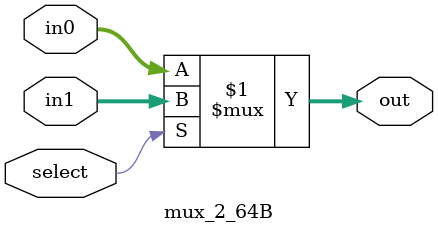
<source format=v>
module mux_2_64B(out, select, in0, in1);
	input select;
	input [63:0] in0, in1;
	output [63:0] out;
	assign out = select ? in1 : in0;
endmodule
</source>
